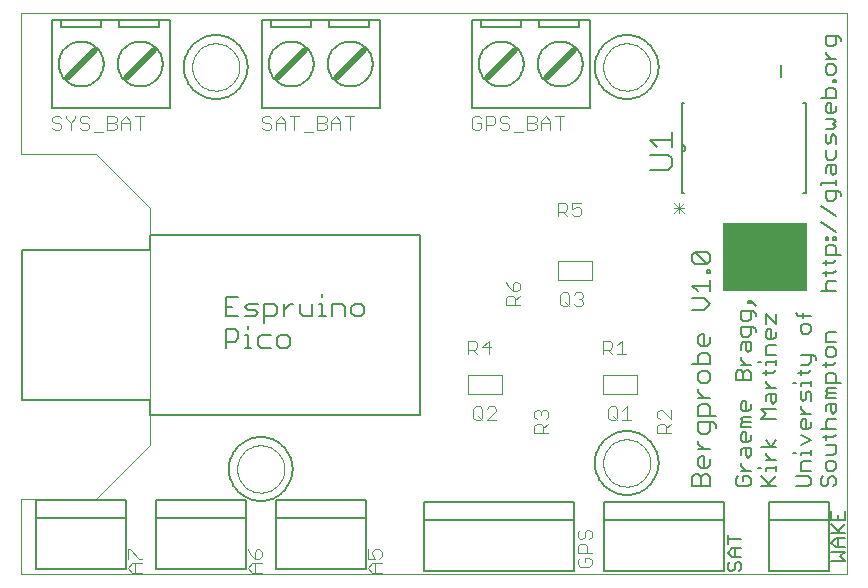
<source format=gto>
G75*
%MOIN*%
%OFA0B0*%
%FSLAX24Y24*%
%IPPOS*%
%LPD*%
%AMOC8*
5,1,8,0,0,1.08239X$1,22.5*
%
%ADD10C,0.0000*%
%ADD11C,0.0050*%
%ADD12C,0.0060*%
%ADD13C,0.0070*%
%ADD14R,0.2800X0.2300*%
%ADD15C,0.0030*%
%ADD16C,0.0080*%
%ADD17C,0.0040*%
%ADD18C,0.0197*%
%ADD19C,0.0039*%
D10*
X003250Y002550D02*
X003250Y005050D01*
X005750Y005050D01*
X007550Y006850D01*
X007550Y014750D01*
X005750Y016550D01*
X003250Y016550D01*
X003250Y021235D01*
X030809Y021235D01*
X030809Y002550D01*
X003250Y002550D01*
X010463Y006050D02*
X010465Y006106D01*
X010471Y006161D01*
X010481Y006215D01*
X010494Y006269D01*
X010512Y006322D01*
X010533Y006373D01*
X010557Y006423D01*
X010585Y006471D01*
X010617Y006517D01*
X010651Y006561D01*
X010689Y006602D01*
X010729Y006640D01*
X010772Y006675D01*
X010817Y006707D01*
X010865Y006736D01*
X010914Y006762D01*
X010965Y006784D01*
X011017Y006802D01*
X011071Y006816D01*
X011126Y006827D01*
X011181Y006834D01*
X011236Y006837D01*
X011292Y006836D01*
X011347Y006831D01*
X011402Y006822D01*
X011456Y006810D01*
X011509Y006793D01*
X011561Y006773D01*
X011611Y006749D01*
X011659Y006722D01*
X011706Y006692D01*
X011750Y006658D01*
X011792Y006621D01*
X011830Y006581D01*
X011867Y006539D01*
X011900Y006494D01*
X011929Y006448D01*
X011956Y006399D01*
X011978Y006348D01*
X011998Y006296D01*
X012013Y006242D01*
X012025Y006188D01*
X012033Y006133D01*
X012037Y006078D01*
X012037Y006022D01*
X012033Y005967D01*
X012025Y005912D01*
X012013Y005858D01*
X011998Y005804D01*
X011978Y005752D01*
X011956Y005701D01*
X011929Y005652D01*
X011900Y005606D01*
X011867Y005561D01*
X011830Y005519D01*
X011792Y005479D01*
X011750Y005442D01*
X011706Y005408D01*
X011659Y005378D01*
X011611Y005351D01*
X011561Y005327D01*
X011509Y005307D01*
X011456Y005290D01*
X011402Y005278D01*
X011347Y005269D01*
X011292Y005264D01*
X011236Y005263D01*
X011181Y005266D01*
X011126Y005273D01*
X011071Y005284D01*
X011017Y005298D01*
X010965Y005316D01*
X010914Y005338D01*
X010865Y005364D01*
X010817Y005393D01*
X010772Y005425D01*
X010729Y005460D01*
X010689Y005498D01*
X010651Y005539D01*
X010617Y005583D01*
X010585Y005629D01*
X010557Y005677D01*
X010533Y005727D01*
X010512Y005778D01*
X010494Y005831D01*
X010481Y005885D01*
X010471Y005939D01*
X010465Y005994D01*
X010463Y006050D01*
X022663Y006250D02*
X022665Y006306D01*
X022671Y006361D01*
X022681Y006415D01*
X022694Y006469D01*
X022712Y006522D01*
X022733Y006573D01*
X022757Y006623D01*
X022785Y006671D01*
X022817Y006717D01*
X022851Y006761D01*
X022889Y006802D01*
X022929Y006840D01*
X022972Y006875D01*
X023017Y006907D01*
X023065Y006936D01*
X023114Y006962D01*
X023165Y006984D01*
X023217Y007002D01*
X023271Y007016D01*
X023326Y007027D01*
X023381Y007034D01*
X023436Y007037D01*
X023492Y007036D01*
X023547Y007031D01*
X023602Y007022D01*
X023656Y007010D01*
X023709Y006993D01*
X023761Y006973D01*
X023811Y006949D01*
X023859Y006922D01*
X023906Y006892D01*
X023950Y006858D01*
X023992Y006821D01*
X024030Y006781D01*
X024067Y006739D01*
X024100Y006694D01*
X024129Y006648D01*
X024156Y006599D01*
X024178Y006548D01*
X024198Y006496D01*
X024213Y006442D01*
X024225Y006388D01*
X024233Y006333D01*
X024237Y006278D01*
X024237Y006222D01*
X024233Y006167D01*
X024225Y006112D01*
X024213Y006058D01*
X024198Y006004D01*
X024178Y005952D01*
X024156Y005901D01*
X024129Y005852D01*
X024100Y005806D01*
X024067Y005761D01*
X024030Y005719D01*
X023992Y005679D01*
X023950Y005642D01*
X023906Y005608D01*
X023859Y005578D01*
X023811Y005551D01*
X023761Y005527D01*
X023709Y005507D01*
X023656Y005490D01*
X023602Y005478D01*
X023547Y005469D01*
X023492Y005464D01*
X023436Y005463D01*
X023381Y005466D01*
X023326Y005473D01*
X023271Y005484D01*
X023217Y005498D01*
X023165Y005516D01*
X023114Y005538D01*
X023065Y005564D01*
X023017Y005593D01*
X022972Y005625D01*
X022929Y005660D01*
X022889Y005698D01*
X022851Y005739D01*
X022817Y005783D01*
X022785Y005829D01*
X022757Y005877D01*
X022733Y005927D01*
X022712Y005978D01*
X022694Y006031D01*
X022681Y006085D01*
X022671Y006139D01*
X022665Y006194D01*
X022663Y006250D01*
X022663Y019450D02*
X022665Y019506D01*
X022671Y019561D01*
X022681Y019615D01*
X022694Y019669D01*
X022712Y019722D01*
X022733Y019773D01*
X022757Y019823D01*
X022785Y019871D01*
X022817Y019917D01*
X022851Y019961D01*
X022889Y020002D01*
X022929Y020040D01*
X022972Y020075D01*
X023017Y020107D01*
X023065Y020136D01*
X023114Y020162D01*
X023165Y020184D01*
X023217Y020202D01*
X023271Y020216D01*
X023326Y020227D01*
X023381Y020234D01*
X023436Y020237D01*
X023492Y020236D01*
X023547Y020231D01*
X023602Y020222D01*
X023656Y020210D01*
X023709Y020193D01*
X023761Y020173D01*
X023811Y020149D01*
X023859Y020122D01*
X023906Y020092D01*
X023950Y020058D01*
X023992Y020021D01*
X024030Y019981D01*
X024067Y019939D01*
X024100Y019894D01*
X024129Y019848D01*
X024156Y019799D01*
X024178Y019748D01*
X024198Y019696D01*
X024213Y019642D01*
X024225Y019588D01*
X024233Y019533D01*
X024237Y019478D01*
X024237Y019422D01*
X024233Y019367D01*
X024225Y019312D01*
X024213Y019258D01*
X024198Y019204D01*
X024178Y019152D01*
X024156Y019101D01*
X024129Y019052D01*
X024100Y019006D01*
X024067Y018961D01*
X024030Y018919D01*
X023992Y018879D01*
X023950Y018842D01*
X023906Y018808D01*
X023859Y018778D01*
X023811Y018751D01*
X023761Y018727D01*
X023709Y018707D01*
X023656Y018690D01*
X023602Y018678D01*
X023547Y018669D01*
X023492Y018664D01*
X023436Y018663D01*
X023381Y018666D01*
X023326Y018673D01*
X023271Y018684D01*
X023217Y018698D01*
X023165Y018716D01*
X023114Y018738D01*
X023065Y018764D01*
X023017Y018793D01*
X022972Y018825D01*
X022929Y018860D01*
X022889Y018898D01*
X022851Y018939D01*
X022817Y018983D01*
X022785Y019029D01*
X022757Y019077D01*
X022733Y019127D01*
X022712Y019178D01*
X022694Y019231D01*
X022681Y019285D01*
X022671Y019339D01*
X022665Y019394D01*
X022663Y019450D01*
X008963Y019450D02*
X008965Y019506D01*
X008971Y019561D01*
X008981Y019615D01*
X008994Y019669D01*
X009012Y019722D01*
X009033Y019773D01*
X009057Y019823D01*
X009085Y019871D01*
X009117Y019917D01*
X009151Y019961D01*
X009189Y020002D01*
X009229Y020040D01*
X009272Y020075D01*
X009317Y020107D01*
X009365Y020136D01*
X009414Y020162D01*
X009465Y020184D01*
X009517Y020202D01*
X009571Y020216D01*
X009626Y020227D01*
X009681Y020234D01*
X009736Y020237D01*
X009792Y020236D01*
X009847Y020231D01*
X009902Y020222D01*
X009956Y020210D01*
X010009Y020193D01*
X010061Y020173D01*
X010111Y020149D01*
X010159Y020122D01*
X010206Y020092D01*
X010250Y020058D01*
X010292Y020021D01*
X010330Y019981D01*
X010367Y019939D01*
X010400Y019894D01*
X010429Y019848D01*
X010456Y019799D01*
X010478Y019748D01*
X010498Y019696D01*
X010513Y019642D01*
X010525Y019588D01*
X010533Y019533D01*
X010537Y019478D01*
X010537Y019422D01*
X010533Y019367D01*
X010525Y019312D01*
X010513Y019258D01*
X010498Y019204D01*
X010478Y019152D01*
X010456Y019101D01*
X010429Y019052D01*
X010400Y019006D01*
X010367Y018961D01*
X010330Y018919D01*
X010292Y018879D01*
X010250Y018842D01*
X010206Y018808D01*
X010159Y018778D01*
X010111Y018751D01*
X010061Y018727D01*
X010009Y018707D01*
X009956Y018690D01*
X009902Y018678D01*
X009847Y018669D01*
X009792Y018664D01*
X009736Y018663D01*
X009681Y018666D01*
X009626Y018673D01*
X009571Y018684D01*
X009517Y018698D01*
X009465Y018716D01*
X009414Y018738D01*
X009365Y018764D01*
X009317Y018793D01*
X009272Y018825D01*
X009229Y018860D01*
X009189Y018898D01*
X009151Y018939D01*
X009117Y018983D01*
X009085Y019029D01*
X009057Y019077D01*
X009033Y019127D01*
X009012Y019178D01*
X008994Y019231D01*
X008981Y019285D01*
X008971Y019339D01*
X008965Y019394D01*
X008963Y019450D01*
D11*
X008687Y019450D02*
X008689Y019515D01*
X008695Y019579D01*
X008705Y019643D01*
X008718Y019707D01*
X008736Y019769D01*
X008757Y019830D01*
X008782Y019890D01*
X008811Y019948D01*
X008843Y020005D01*
X008879Y020059D01*
X008917Y020111D01*
X008959Y020160D01*
X009004Y020207D01*
X009052Y020251D01*
X009102Y020293D01*
X009154Y020330D01*
X009209Y020365D01*
X009266Y020396D01*
X009325Y020424D01*
X009385Y020448D01*
X009446Y020469D01*
X009509Y020485D01*
X009573Y020498D01*
X009637Y020507D01*
X009701Y020512D01*
X009766Y020513D01*
X009831Y020510D01*
X009895Y020503D01*
X009959Y020492D01*
X010023Y020477D01*
X010085Y020459D01*
X010146Y020437D01*
X010205Y020411D01*
X010263Y020381D01*
X010318Y020348D01*
X010372Y020312D01*
X010424Y020272D01*
X010472Y020230D01*
X010519Y020184D01*
X010562Y020136D01*
X010602Y020085D01*
X010639Y020032D01*
X010673Y019977D01*
X010704Y019920D01*
X010731Y019861D01*
X010754Y019800D01*
X010773Y019738D01*
X010789Y019675D01*
X010801Y019611D01*
X010809Y019547D01*
X010813Y019482D01*
X010813Y019418D01*
X010809Y019353D01*
X010801Y019289D01*
X010789Y019225D01*
X010773Y019162D01*
X010754Y019100D01*
X010731Y019039D01*
X010704Y018980D01*
X010673Y018923D01*
X010639Y018868D01*
X010602Y018815D01*
X010562Y018764D01*
X010519Y018716D01*
X010472Y018670D01*
X010424Y018628D01*
X010372Y018588D01*
X010318Y018552D01*
X010263Y018519D01*
X010205Y018489D01*
X010146Y018463D01*
X010085Y018441D01*
X010023Y018423D01*
X009959Y018408D01*
X009895Y018397D01*
X009831Y018390D01*
X009766Y018387D01*
X009701Y018388D01*
X009637Y018393D01*
X009573Y018402D01*
X009509Y018415D01*
X009446Y018431D01*
X009385Y018452D01*
X009325Y018476D01*
X009266Y018504D01*
X009209Y018535D01*
X009154Y018570D01*
X009102Y018607D01*
X009052Y018649D01*
X009004Y018693D01*
X008959Y018740D01*
X008917Y018789D01*
X008879Y018841D01*
X008843Y018895D01*
X008811Y018952D01*
X008782Y019010D01*
X008757Y019070D01*
X008736Y019131D01*
X008718Y019193D01*
X008705Y019257D01*
X008695Y019321D01*
X008689Y019385D01*
X008687Y019450D01*
X006486Y019550D02*
X006488Y019605D01*
X006494Y019659D01*
X006504Y019713D01*
X006518Y019765D01*
X006535Y019817D01*
X006557Y019867D01*
X006582Y019916D01*
X006610Y019963D01*
X006642Y020007D01*
X006677Y020049D01*
X006715Y020088D01*
X006756Y020125D01*
X006799Y020158D01*
X006844Y020188D01*
X006892Y020215D01*
X006941Y020238D01*
X006992Y020258D01*
X007045Y020274D01*
X007098Y020286D01*
X007152Y020294D01*
X007207Y020298D01*
X007261Y020298D01*
X007316Y020294D01*
X007370Y020286D01*
X007423Y020274D01*
X007476Y020258D01*
X007527Y020238D01*
X007576Y020215D01*
X007624Y020188D01*
X007669Y020158D01*
X007712Y020125D01*
X007753Y020088D01*
X007791Y020049D01*
X007826Y020007D01*
X007858Y019963D01*
X007886Y019916D01*
X007911Y019867D01*
X007933Y019817D01*
X007950Y019765D01*
X007964Y019713D01*
X007974Y019659D01*
X007980Y019605D01*
X007982Y019550D01*
X007980Y019495D01*
X007974Y019441D01*
X007964Y019387D01*
X007950Y019335D01*
X007933Y019283D01*
X007911Y019233D01*
X007886Y019184D01*
X007858Y019137D01*
X007826Y019093D01*
X007791Y019051D01*
X007753Y019012D01*
X007712Y018975D01*
X007669Y018942D01*
X007624Y018912D01*
X007576Y018885D01*
X007527Y018862D01*
X007476Y018842D01*
X007423Y018826D01*
X007370Y018814D01*
X007316Y018806D01*
X007261Y018802D01*
X007207Y018802D01*
X007152Y018806D01*
X007098Y018814D01*
X007045Y018826D01*
X006992Y018842D01*
X006941Y018862D01*
X006892Y018885D01*
X006844Y018912D01*
X006799Y018942D01*
X006756Y018975D01*
X006715Y019012D01*
X006677Y019051D01*
X006642Y019093D01*
X006610Y019137D01*
X006582Y019184D01*
X006557Y019233D01*
X006535Y019283D01*
X006518Y019335D01*
X006504Y019387D01*
X006494Y019441D01*
X006488Y019495D01*
X006486Y019550D01*
X004518Y019550D02*
X004520Y019605D01*
X004526Y019659D01*
X004536Y019713D01*
X004550Y019765D01*
X004567Y019817D01*
X004589Y019867D01*
X004614Y019916D01*
X004642Y019963D01*
X004674Y020007D01*
X004709Y020049D01*
X004747Y020088D01*
X004788Y020125D01*
X004831Y020158D01*
X004876Y020188D01*
X004924Y020215D01*
X004973Y020238D01*
X005024Y020258D01*
X005077Y020274D01*
X005130Y020286D01*
X005184Y020294D01*
X005239Y020298D01*
X005293Y020298D01*
X005348Y020294D01*
X005402Y020286D01*
X005455Y020274D01*
X005508Y020258D01*
X005559Y020238D01*
X005608Y020215D01*
X005656Y020188D01*
X005701Y020158D01*
X005744Y020125D01*
X005785Y020088D01*
X005823Y020049D01*
X005858Y020007D01*
X005890Y019963D01*
X005918Y019916D01*
X005943Y019867D01*
X005965Y019817D01*
X005982Y019765D01*
X005996Y019713D01*
X006006Y019659D01*
X006012Y019605D01*
X006014Y019550D01*
X006012Y019495D01*
X006006Y019441D01*
X005996Y019387D01*
X005982Y019335D01*
X005965Y019283D01*
X005943Y019233D01*
X005918Y019184D01*
X005890Y019137D01*
X005858Y019093D01*
X005823Y019051D01*
X005785Y019012D01*
X005744Y018975D01*
X005701Y018942D01*
X005656Y018912D01*
X005608Y018885D01*
X005559Y018862D01*
X005508Y018842D01*
X005455Y018826D01*
X005402Y018814D01*
X005348Y018806D01*
X005293Y018802D01*
X005239Y018802D01*
X005184Y018806D01*
X005130Y018814D01*
X005077Y018826D01*
X005024Y018842D01*
X004973Y018862D01*
X004924Y018885D01*
X004876Y018912D01*
X004831Y018942D01*
X004788Y018975D01*
X004747Y019012D01*
X004709Y019051D01*
X004674Y019093D01*
X004642Y019137D01*
X004614Y019184D01*
X004589Y019233D01*
X004567Y019283D01*
X004550Y019335D01*
X004536Y019387D01*
X004526Y019441D01*
X004520Y019495D01*
X004518Y019550D01*
X004596Y020770D02*
X005935Y020770D01*
X005935Y021007D01*
X006526Y021007D02*
X006526Y020770D01*
X007864Y020770D01*
X007864Y021007D01*
X008219Y021026D02*
X004281Y021026D01*
X004281Y018074D01*
X008219Y018074D01*
X008219Y021026D01*
X011281Y021026D02*
X015219Y021026D01*
X015219Y018074D01*
X011281Y018074D01*
X011281Y021026D01*
X011596Y021007D02*
X011596Y020770D01*
X012935Y020770D01*
X012935Y021007D01*
X013526Y021007D02*
X013526Y020770D01*
X014864Y020770D01*
X014864Y021007D01*
X013486Y019550D02*
X013488Y019605D01*
X013494Y019659D01*
X013504Y019713D01*
X013518Y019765D01*
X013535Y019817D01*
X013557Y019867D01*
X013582Y019916D01*
X013610Y019963D01*
X013642Y020007D01*
X013677Y020049D01*
X013715Y020088D01*
X013756Y020125D01*
X013799Y020158D01*
X013844Y020188D01*
X013892Y020215D01*
X013941Y020238D01*
X013992Y020258D01*
X014045Y020274D01*
X014098Y020286D01*
X014152Y020294D01*
X014207Y020298D01*
X014261Y020298D01*
X014316Y020294D01*
X014370Y020286D01*
X014423Y020274D01*
X014476Y020258D01*
X014527Y020238D01*
X014576Y020215D01*
X014624Y020188D01*
X014669Y020158D01*
X014712Y020125D01*
X014753Y020088D01*
X014791Y020049D01*
X014826Y020007D01*
X014858Y019963D01*
X014886Y019916D01*
X014911Y019867D01*
X014933Y019817D01*
X014950Y019765D01*
X014964Y019713D01*
X014974Y019659D01*
X014980Y019605D01*
X014982Y019550D01*
X014980Y019495D01*
X014974Y019441D01*
X014964Y019387D01*
X014950Y019335D01*
X014933Y019283D01*
X014911Y019233D01*
X014886Y019184D01*
X014858Y019137D01*
X014826Y019093D01*
X014791Y019051D01*
X014753Y019012D01*
X014712Y018975D01*
X014669Y018942D01*
X014624Y018912D01*
X014576Y018885D01*
X014527Y018862D01*
X014476Y018842D01*
X014423Y018826D01*
X014370Y018814D01*
X014316Y018806D01*
X014261Y018802D01*
X014207Y018802D01*
X014152Y018806D01*
X014098Y018814D01*
X014045Y018826D01*
X013992Y018842D01*
X013941Y018862D01*
X013892Y018885D01*
X013844Y018912D01*
X013799Y018942D01*
X013756Y018975D01*
X013715Y019012D01*
X013677Y019051D01*
X013642Y019093D01*
X013610Y019137D01*
X013582Y019184D01*
X013557Y019233D01*
X013535Y019283D01*
X013518Y019335D01*
X013504Y019387D01*
X013494Y019441D01*
X013488Y019495D01*
X013486Y019550D01*
X011518Y019550D02*
X011520Y019605D01*
X011526Y019659D01*
X011536Y019713D01*
X011550Y019765D01*
X011567Y019817D01*
X011589Y019867D01*
X011614Y019916D01*
X011642Y019963D01*
X011674Y020007D01*
X011709Y020049D01*
X011747Y020088D01*
X011788Y020125D01*
X011831Y020158D01*
X011876Y020188D01*
X011924Y020215D01*
X011973Y020238D01*
X012024Y020258D01*
X012077Y020274D01*
X012130Y020286D01*
X012184Y020294D01*
X012239Y020298D01*
X012293Y020298D01*
X012348Y020294D01*
X012402Y020286D01*
X012455Y020274D01*
X012508Y020258D01*
X012559Y020238D01*
X012608Y020215D01*
X012656Y020188D01*
X012701Y020158D01*
X012744Y020125D01*
X012785Y020088D01*
X012823Y020049D01*
X012858Y020007D01*
X012890Y019963D01*
X012918Y019916D01*
X012943Y019867D01*
X012965Y019817D01*
X012982Y019765D01*
X012996Y019713D01*
X013006Y019659D01*
X013012Y019605D01*
X013014Y019550D01*
X013012Y019495D01*
X013006Y019441D01*
X012996Y019387D01*
X012982Y019335D01*
X012965Y019283D01*
X012943Y019233D01*
X012918Y019184D01*
X012890Y019137D01*
X012858Y019093D01*
X012823Y019051D01*
X012785Y019012D01*
X012744Y018975D01*
X012701Y018942D01*
X012656Y018912D01*
X012608Y018885D01*
X012559Y018862D01*
X012508Y018842D01*
X012455Y018826D01*
X012402Y018814D01*
X012348Y018806D01*
X012293Y018802D01*
X012239Y018802D01*
X012184Y018806D01*
X012130Y018814D01*
X012077Y018826D01*
X012024Y018842D01*
X011973Y018862D01*
X011924Y018885D01*
X011876Y018912D01*
X011831Y018942D01*
X011788Y018975D01*
X011747Y019012D01*
X011709Y019051D01*
X011674Y019093D01*
X011642Y019137D01*
X011614Y019184D01*
X011589Y019233D01*
X011567Y019283D01*
X011550Y019335D01*
X011536Y019387D01*
X011526Y019441D01*
X011520Y019495D01*
X011518Y019550D01*
X018281Y018074D02*
X022219Y018074D01*
X022219Y021026D01*
X018281Y021026D01*
X018281Y018074D01*
X018518Y019550D02*
X018520Y019605D01*
X018526Y019659D01*
X018536Y019713D01*
X018550Y019765D01*
X018567Y019817D01*
X018589Y019867D01*
X018614Y019916D01*
X018642Y019963D01*
X018674Y020007D01*
X018709Y020049D01*
X018747Y020088D01*
X018788Y020125D01*
X018831Y020158D01*
X018876Y020188D01*
X018924Y020215D01*
X018973Y020238D01*
X019024Y020258D01*
X019077Y020274D01*
X019130Y020286D01*
X019184Y020294D01*
X019239Y020298D01*
X019293Y020298D01*
X019348Y020294D01*
X019402Y020286D01*
X019455Y020274D01*
X019508Y020258D01*
X019559Y020238D01*
X019608Y020215D01*
X019656Y020188D01*
X019701Y020158D01*
X019744Y020125D01*
X019785Y020088D01*
X019823Y020049D01*
X019858Y020007D01*
X019890Y019963D01*
X019918Y019916D01*
X019943Y019867D01*
X019965Y019817D01*
X019982Y019765D01*
X019996Y019713D01*
X020006Y019659D01*
X020012Y019605D01*
X020014Y019550D01*
X020012Y019495D01*
X020006Y019441D01*
X019996Y019387D01*
X019982Y019335D01*
X019965Y019283D01*
X019943Y019233D01*
X019918Y019184D01*
X019890Y019137D01*
X019858Y019093D01*
X019823Y019051D01*
X019785Y019012D01*
X019744Y018975D01*
X019701Y018942D01*
X019656Y018912D01*
X019608Y018885D01*
X019559Y018862D01*
X019508Y018842D01*
X019455Y018826D01*
X019402Y018814D01*
X019348Y018806D01*
X019293Y018802D01*
X019239Y018802D01*
X019184Y018806D01*
X019130Y018814D01*
X019077Y018826D01*
X019024Y018842D01*
X018973Y018862D01*
X018924Y018885D01*
X018876Y018912D01*
X018831Y018942D01*
X018788Y018975D01*
X018747Y019012D01*
X018709Y019051D01*
X018674Y019093D01*
X018642Y019137D01*
X018614Y019184D01*
X018589Y019233D01*
X018567Y019283D01*
X018550Y019335D01*
X018536Y019387D01*
X018526Y019441D01*
X018520Y019495D01*
X018518Y019550D01*
X018596Y020770D02*
X019935Y020770D01*
X019935Y021007D01*
X020526Y021007D02*
X020526Y020770D01*
X021864Y020770D01*
X021864Y021007D01*
X020486Y019550D02*
X020488Y019605D01*
X020494Y019659D01*
X020504Y019713D01*
X020518Y019765D01*
X020535Y019817D01*
X020557Y019867D01*
X020582Y019916D01*
X020610Y019963D01*
X020642Y020007D01*
X020677Y020049D01*
X020715Y020088D01*
X020756Y020125D01*
X020799Y020158D01*
X020844Y020188D01*
X020892Y020215D01*
X020941Y020238D01*
X020992Y020258D01*
X021045Y020274D01*
X021098Y020286D01*
X021152Y020294D01*
X021207Y020298D01*
X021261Y020298D01*
X021316Y020294D01*
X021370Y020286D01*
X021423Y020274D01*
X021476Y020258D01*
X021527Y020238D01*
X021576Y020215D01*
X021624Y020188D01*
X021669Y020158D01*
X021712Y020125D01*
X021753Y020088D01*
X021791Y020049D01*
X021826Y020007D01*
X021858Y019963D01*
X021886Y019916D01*
X021911Y019867D01*
X021933Y019817D01*
X021950Y019765D01*
X021964Y019713D01*
X021974Y019659D01*
X021980Y019605D01*
X021982Y019550D01*
X021980Y019495D01*
X021974Y019441D01*
X021964Y019387D01*
X021950Y019335D01*
X021933Y019283D01*
X021911Y019233D01*
X021886Y019184D01*
X021858Y019137D01*
X021826Y019093D01*
X021791Y019051D01*
X021753Y019012D01*
X021712Y018975D01*
X021669Y018942D01*
X021624Y018912D01*
X021576Y018885D01*
X021527Y018862D01*
X021476Y018842D01*
X021423Y018826D01*
X021370Y018814D01*
X021316Y018806D01*
X021261Y018802D01*
X021207Y018802D01*
X021152Y018806D01*
X021098Y018814D01*
X021045Y018826D01*
X020992Y018842D01*
X020941Y018862D01*
X020892Y018885D01*
X020844Y018912D01*
X020799Y018942D01*
X020756Y018975D01*
X020715Y019012D01*
X020677Y019051D01*
X020642Y019093D01*
X020610Y019137D01*
X020582Y019184D01*
X020557Y019233D01*
X020535Y019283D01*
X020518Y019335D01*
X020504Y019387D01*
X020494Y019441D01*
X020488Y019495D01*
X020486Y019550D01*
X018596Y020770D02*
X018596Y021007D01*
X022387Y019450D02*
X022389Y019515D01*
X022395Y019579D01*
X022405Y019643D01*
X022418Y019707D01*
X022436Y019769D01*
X022457Y019830D01*
X022482Y019890D01*
X022511Y019948D01*
X022543Y020005D01*
X022579Y020059D01*
X022617Y020111D01*
X022659Y020160D01*
X022704Y020207D01*
X022752Y020251D01*
X022802Y020293D01*
X022854Y020330D01*
X022909Y020365D01*
X022966Y020396D01*
X023025Y020424D01*
X023085Y020448D01*
X023146Y020469D01*
X023209Y020485D01*
X023273Y020498D01*
X023337Y020507D01*
X023401Y020512D01*
X023466Y020513D01*
X023531Y020510D01*
X023595Y020503D01*
X023659Y020492D01*
X023723Y020477D01*
X023785Y020459D01*
X023846Y020437D01*
X023905Y020411D01*
X023963Y020381D01*
X024018Y020348D01*
X024072Y020312D01*
X024124Y020272D01*
X024172Y020230D01*
X024219Y020184D01*
X024262Y020136D01*
X024302Y020085D01*
X024339Y020032D01*
X024373Y019977D01*
X024404Y019920D01*
X024431Y019861D01*
X024454Y019800D01*
X024473Y019738D01*
X024489Y019675D01*
X024501Y019611D01*
X024509Y019547D01*
X024513Y019482D01*
X024513Y019418D01*
X024509Y019353D01*
X024501Y019289D01*
X024489Y019225D01*
X024473Y019162D01*
X024454Y019100D01*
X024431Y019039D01*
X024404Y018980D01*
X024373Y018923D01*
X024339Y018868D01*
X024302Y018815D01*
X024262Y018764D01*
X024219Y018716D01*
X024172Y018670D01*
X024124Y018628D01*
X024072Y018588D01*
X024018Y018552D01*
X023963Y018519D01*
X023905Y018489D01*
X023846Y018463D01*
X023785Y018441D01*
X023723Y018423D01*
X023659Y018408D01*
X023595Y018397D01*
X023531Y018390D01*
X023466Y018387D01*
X023401Y018388D01*
X023337Y018393D01*
X023273Y018402D01*
X023209Y018415D01*
X023146Y018431D01*
X023085Y018452D01*
X023025Y018476D01*
X022966Y018504D01*
X022909Y018535D01*
X022854Y018570D01*
X022802Y018607D01*
X022752Y018649D01*
X022704Y018693D01*
X022659Y018740D01*
X022617Y018789D01*
X022579Y018841D01*
X022543Y018895D01*
X022511Y018952D01*
X022482Y019010D01*
X022457Y019070D01*
X022436Y019131D01*
X022418Y019193D01*
X022405Y019257D01*
X022395Y019321D01*
X022389Y019385D01*
X022387Y019450D01*
X016550Y013850D02*
X016550Y007850D01*
X007550Y007850D01*
X007550Y008350D01*
X003300Y008350D01*
X003300Y013350D01*
X007550Y013350D01*
X007550Y013850D01*
X016550Y013850D01*
X004596Y020770D02*
X004596Y021007D01*
X022387Y006250D02*
X022389Y006315D01*
X022395Y006379D01*
X022405Y006443D01*
X022418Y006507D01*
X022436Y006569D01*
X022457Y006630D01*
X022482Y006690D01*
X022511Y006748D01*
X022543Y006805D01*
X022579Y006859D01*
X022617Y006911D01*
X022659Y006960D01*
X022704Y007007D01*
X022752Y007051D01*
X022802Y007093D01*
X022854Y007130D01*
X022909Y007165D01*
X022966Y007196D01*
X023025Y007224D01*
X023085Y007248D01*
X023146Y007269D01*
X023209Y007285D01*
X023273Y007298D01*
X023337Y007307D01*
X023401Y007312D01*
X023466Y007313D01*
X023531Y007310D01*
X023595Y007303D01*
X023659Y007292D01*
X023723Y007277D01*
X023785Y007259D01*
X023846Y007237D01*
X023905Y007211D01*
X023963Y007181D01*
X024018Y007148D01*
X024072Y007112D01*
X024124Y007072D01*
X024172Y007030D01*
X024219Y006984D01*
X024262Y006936D01*
X024302Y006885D01*
X024339Y006832D01*
X024373Y006777D01*
X024404Y006720D01*
X024431Y006661D01*
X024454Y006600D01*
X024473Y006538D01*
X024489Y006475D01*
X024501Y006411D01*
X024509Y006347D01*
X024513Y006282D01*
X024513Y006218D01*
X024509Y006153D01*
X024501Y006089D01*
X024489Y006025D01*
X024473Y005962D01*
X024454Y005900D01*
X024431Y005839D01*
X024404Y005780D01*
X024373Y005723D01*
X024339Y005668D01*
X024302Y005615D01*
X024262Y005564D01*
X024219Y005516D01*
X024172Y005470D01*
X024124Y005428D01*
X024072Y005388D01*
X024018Y005352D01*
X023963Y005319D01*
X023905Y005289D01*
X023846Y005263D01*
X023785Y005241D01*
X023723Y005223D01*
X023659Y005208D01*
X023595Y005197D01*
X023531Y005190D01*
X023466Y005187D01*
X023401Y005188D01*
X023337Y005193D01*
X023273Y005202D01*
X023209Y005215D01*
X023146Y005231D01*
X023085Y005252D01*
X023025Y005276D01*
X022966Y005304D01*
X022909Y005335D01*
X022854Y005370D01*
X022802Y005407D01*
X022752Y005449D01*
X022704Y005493D01*
X022659Y005540D01*
X022617Y005589D01*
X022579Y005641D01*
X022543Y005695D01*
X022511Y005752D01*
X022482Y005810D01*
X022457Y005870D01*
X022436Y005931D01*
X022418Y005993D01*
X022405Y006057D01*
X022395Y006121D01*
X022389Y006185D01*
X022387Y006250D01*
X022700Y004950D02*
X026700Y004950D01*
X026700Y004350D01*
X022700Y004350D01*
X022700Y004950D01*
X021700Y004950D02*
X016700Y004950D01*
X016700Y004350D01*
X021700Y004350D01*
X021700Y004950D01*
X021700Y004350D02*
X021700Y002650D01*
X016700Y002650D01*
X016700Y004350D01*
X014750Y004400D02*
X011750Y004400D01*
X011750Y005000D01*
X014750Y005000D01*
X014750Y004400D01*
X014750Y002700D01*
X011750Y002700D01*
X011750Y004400D01*
X010750Y004400D02*
X010750Y005000D01*
X007750Y005000D01*
X007750Y004400D01*
X010750Y004400D01*
X010750Y002700D01*
X007750Y002700D01*
X007750Y004400D01*
X006750Y004400D02*
X003750Y004400D01*
X003750Y005000D01*
X006750Y005000D01*
X006750Y004400D01*
X006750Y002700D01*
X003750Y002700D01*
X003750Y004400D01*
X010187Y006050D02*
X010189Y006115D01*
X010195Y006179D01*
X010205Y006243D01*
X010218Y006307D01*
X010236Y006369D01*
X010257Y006430D01*
X010282Y006490D01*
X010311Y006548D01*
X010343Y006605D01*
X010379Y006659D01*
X010417Y006711D01*
X010459Y006760D01*
X010504Y006807D01*
X010552Y006851D01*
X010602Y006893D01*
X010654Y006930D01*
X010709Y006965D01*
X010766Y006996D01*
X010825Y007024D01*
X010885Y007048D01*
X010946Y007069D01*
X011009Y007085D01*
X011073Y007098D01*
X011137Y007107D01*
X011201Y007112D01*
X011266Y007113D01*
X011331Y007110D01*
X011395Y007103D01*
X011459Y007092D01*
X011523Y007077D01*
X011585Y007059D01*
X011646Y007037D01*
X011705Y007011D01*
X011763Y006981D01*
X011818Y006948D01*
X011872Y006912D01*
X011924Y006872D01*
X011972Y006830D01*
X012019Y006784D01*
X012062Y006736D01*
X012102Y006685D01*
X012139Y006632D01*
X012173Y006577D01*
X012204Y006520D01*
X012231Y006461D01*
X012254Y006400D01*
X012273Y006338D01*
X012289Y006275D01*
X012301Y006211D01*
X012309Y006147D01*
X012313Y006082D01*
X012313Y006018D01*
X012309Y005953D01*
X012301Y005889D01*
X012289Y005825D01*
X012273Y005762D01*
X012254Y005700D01*
X012231Y005639D01*
X012204Y005580D01*
X012173Y005523D01*
X012139Y005468D01*
X012102Y005415D01*
X012062Y005364D01*
X012019Y005316D01*
X011972Y005270D01*
X011924Y005228D01*
X011872Y005188D01*
X011818Y005152D01*
X011763Y005119D01*
X011705Y005089D01*
X011646Y005063D01*
X011585Y005041D01*
X011523Y005023D01*
X011459Y005008D01*
X011395Y004997D01*
X011331Y004990D01*
X011266Y004987D01*
X011201Y004988D01*
X011137Y004993D01*
X011073Y005002D01*
X011009Y005015D01*
X010946Y005031D01*
X010885Y005052D01*
X010825Y005076D01*
X010766Y005104D01*
X010709Y005135D01*
X010654Y005170D01*
X010602Y005207D01*
X010552Y005249D01*
X010504Y005293D01*
X010459Y005340D01*
X010417Y005389D01*
X010379Y005441D01*
X010343Y005495D01*
X010311Y005552D01*
X010282Y005610D01*
X010257Y005670D01*
X010236Y005731D01*
X010218Y005793D01*
X010205Y005857D01*
X010195Y005921D01*
X010189Y005985D01*
X010187Y006050D01*
X022700Y004350D02*
X022700Y002650D01*
X026700Y002650D01*
X026700Y004350D01*
X026825Y003865D02*
X026825Y003565D01*
X026825Y003715D02*
X027275Y003715D01*
X027275Y003404D02*
X026975Y003404D01*
X026825Y003254D01*
X026975Y003104D01*
X027275Y003104D01*
X027200Y002944D02*
X027275Y002869D01*
X027275Y002719D01*
X027200Y002644D01*
X027050Y002719D02*
X027050Y002869D01*
X027125Y002944D01*
X027200Y002944D01*
X027050Y003104D02*
X027050Y003404D01*
X026900Y002944D02*
X026825Y002869D01*
X026825Y002719D01*
X026900Y002644D01*
X026975Y002644D01*
X027050Y002719D01*
X028200Y002650D02*
X028200Y004350D01*
X030200Y004350D01*
X030200Y004950D01*
X028200Y004950D01*
X028200Y004350D01*
X030200Y004350D02*
X030200Y002650D01*
X028200Y002650D01*
X030275Y002983D02*
X030725Y002983D01*
X030575Y003134D01*
X030725Y003284D01*
X030275Y003284D01*
X030425Y003444D02*
X030275Y003594D01*
X030425Y003744D01*
X030725Y003744D01*
X030725Y003904D02*
X030275Y003904D01*
X030500Y003979D02*
X030725Y004204D01*
X030725Y004365D02*
X030275Y004365D01*
X030275Y004665D01*
X030500Y004515D02*
X030500Y004365D01*
X030725Y004365D02*
X030725Y004665D01*
X030275Y004204D02*
X030575Y003904D01*
X030500Y003744D02*
X030500Y003444D01*
X030425Y003444D02*
X030725Y003444D01*
D12*
X030337Y005480D02*
X030420Y005563D01*
X030420Y005730D01*
X030337Y005814D01*
X030253Y005814D01*
X030170Y005730D01*
X030170Y005563D01*
X030086Y005480D01*
X030003Y005480D01*
X029920Y005563D01*
X029920Y005730D01*
X030003Y005814D01*
X030170Y005996D02*
X030337Y005996D01*
X030420Y006079D01*
X030420Y006246D01*
X030337Y006329D01*
X030170Y006329D01*
X030086Y006246D01*
X030086Y006079D01*
X030170Y005996D01*
X030086Y006511D02*
X030337Y006511D01*
X030420Y006595D01*
X030420Y006845D01*
X030086Y006845D01*
X030086Y007027D02*
X030086Y007194D01*
X030003Y007110D02*
X030337Y007110D01*
X030420Y007194D01*
X030420Y007371D02*
X029920Y007371D01*
X030086Y007454D02*
X030086Y007621D01*
X030170Y007704D01*
X030420Y007704D01*
X030337Y007886D02*
X030253Y007970D01*
X030253Y008220D01*
X030170Y008220D02*
X030420Y008220D01*
X030420Y007970D01*
X030337Y007886D01*
X030086Y007970D02*
X030086Y008137D01*
X030170Y008220D01*
X030086Y008402D02*
X030086Y008485D01*
X030170Y008569D01*
X030086Y008652D01*
X030170Y008736D01*
X030420Y008736D01*
X030420Y008569D02*
X030170Y008569D01*
X030086Y008402D02*
X030420Y008402D01*
X029580Y008316D02*
X029580Y008566D01*
X029497Y008650D01*
X029413Y008566D01*
X029413Y008399D01*
X029330Y008316D01*
X029246Y008399D01*
X029246Y008650D01*
X029246Y008832D02*
X029246Y008915D01*
X029580Y008915D01*
X029580Y008832D02*
X029580Y008998D01*
X029497Y009259D02*
X029163Y009259D01*
X029246Y009342D02*
X029246Y009175D01*
X029497Y009259D02*
X029580Y009342D01*
X029497Y009519D02*
X029580Y009603D01*
X029580Y009853D01*
X029663Y009853D02*
X029246Y009853D01*
X029663Y009853D02*
X029747Y009769D01*
X029747Y009686D01*
X029497Y009519D02*
X029246Y009519D01*
X030003Y009517D02*
X030337Y009517D01*
X030420Y009600D01*
X030337Y009777D02*
X030420Y009860D01*
X030420Y010027D01*
X030337Y010111D01*
X030170Y010111D01*
X030086Y010027D01*
X030086Y009860D01*
X030170Y009777D01*
X030337Y009777D01*
X030086Y009600D02*
X030086Y009433D01*
X030170Y009251D02*
X030337Y009251D01*
X030420Y009168D01*
X030420Y008918D01*
X030587Y008918D02*
X030086Y008918D01*
X030086Y009168D01*
X030170Y009251D01*
X029080Y008915D02*
X028996Y008915D01*
X028420Y008746D02*
X028086Y008746D01*
X028253Y008746D02*
X028086Y008913D01*
X028086Y008996D01*
X028086Y009175D02*
X028086Y009342D01*
X028003Y009259D02*
X028337Y009259D01*
X028420Y009342D01*
X028420Y009519D02*
X028420Y009686D01*
X028420Y009603D02*
X028086Y009603D01*
X028086Y009519D01*
X027920Y009603D02*
X027836Y009603D01*
X027580Y009519D02*
X027246Y009519D01*
X027246Y009686D02*
X027246Y009769D01*
X027246Y009686D02*
X027413Y009519D01*
X027413Y009337D02*
X027330Y009254D01*
X027330Y009004D01*
X027330Y009254D02*
X027246Y009337D01*
X027163Y009337D01*
X027080Y009254D01*
X027080Y009004D01*
X027580Y009004D01*
X027580Y009254D01*
X027497Y009337D01*
X027413Y009337D01*
X027497Y009949D02*
X027413Y010032D01*
X027413Y010282D01*
X027330Y010282D02*
X027580Y010282D01*
X027580Y010032D01*
X027497Y009949D01*
X027246Y010032D02*
X027246Y010199D01*
X027330Y010282D01*
X027330Y010465D02*
X027497Y010465D01*
X027580Y010548D01*
X027580Y010798D01*
X027663Y010798D02*
X027246Y010798D01*
X027246Y010548D01*
X027330Y010465D01*
X027747Y010631D02*
X027747Y010715D01*
X027663Y010798D01*
X027497Y010980D02*
X027580Y011064D01*
X027580Y011314D01*
X027663Y011314D02*
X027246Y011314D01*
X027246Y011064D01*
X027330Y010980D01*
X027497Y010980D01*
X027747Y011147D02*
X027747Y011230D01*
X027663Y011314D01*
X027747Y011496D02*
X027580Y011663D01*
X027580Y011579D01*
X027497Y011579D01*
X027497Y011663D01*
X027580Y011663D01*
X028086Y011228D02*
X028420Y010894D01*
X028420Y011228D01*
X028086Y011228D02*
X028086Y010894D01*
X028170Y010712D02*
X028253Y010712D01*
X028253Y010379D01*
X028170Y010379D02*
X028086Y010462D01*
X028086Y010629D01*
X028170Y010712D01*
X028420Y010629D02*
X028420Y010462D01*
X028337Y010379D01*
X028170Y010379D01*
X028170Y010197D02*
X028420Y010197D01*
X028170Y010197D02*
X028086Y010113D01*
X028086Y009863D01*
X028420Y009863D01*
X029246Y010634D02*
X029330Y010550D01*
X029497Y010550D01*
X029580Y010634D01*
X029580Y010801D01*
X029497Y010884D01*
X029330Y010884D01*
X029246Y010801D01*
X029246Y010634D01*
X029330Y011066D02*
X029330Y011233D01*
X029163Y011150D02*
X029080Y011233D01*
X029163Y011150D02*
X029580Y011150D01*
X030170Y010626D02*
X030420Y010626D01*
X030170Y010626D02*
X030086Y010543D01*
X030086Y010293D01*
X030420Y010293D01*
X028420Y008564D02*
X028170Y008564D01*
X028086Y008480D01*
X028086Y008313D01*
X028253Y008313D02*
X028253Y008564D01*
X028420Y008564D02*
X028420Y008313D01*
X028337Y008230D01*
X028253Y008313D01*
X028420Y008048D02*
X027920Y008048D01*
X028086Y007881D01*
X027920Y007714D01*
X028420Y007714D01*
X029246Y007621D02*
X029246Y007454D01*
X029330Y007371D01*
X029497Y007371D01*
X029580Y007454D01*
X029580Y007621D01*
X029413Y007704D02*
X029413Y007371D01*
X029246Y007189D02*
X029580Y007022D01*
X029246Y006855D01*
X029246Y006595D02*
X029580Y006595D01*
X029580Y006678D02*
X029580Y006511D01*
X029580Y006329D02*
X029330Y006329D01*
X029246Y006246D01*
X029246Y005996D01*
X029580Y005996D01*
X029497Y005814D02*
X029080Y005814D01*
X029080Y005480D02*
X029497Y005480D01*
X029580Y005563D01*
X029580Y005730D01*
X029497Y005814D01*
X028420Y005814D02*
X028170Y005563D01*
X028253Y005480D02*
X027920Y005814D01*
X028086Y005996D02*
X028086Y006079D01*
X028420Y006079D01*
X028420Y005996D02*
X028420Y006162D01*
X028420Y006339D02*
X028086Y006339D01*
X028253Y006339D02*
X028086Y006506D01*
X028086Y006590D01*
X027920Y006769D02*
X028420Y006769D01*
X028253Y006769D02*
X028086Y007019D01*
X028253Y006769D02*
X028420Y007019D01*
X028996Y006595D02*
X029080Y006595D01*
X029246Y006595D02*
X029246Y006511D01*
X027920Y006079D02*
X027836Y006079D01*
X027580Y005996D02*
X027246Y005996D01*
X027246Y006162D02*
X027246Y006246D01*
X027246Y006162D02*
X027413Y005996D01*
X027330Y005814D02*
X027330Y005647D01*
X027330Y005814D02*
X027497Y005814D01*
X027580Y005730D01*
X027580Y005563D01*
X027497Y005480D01*
X027163Y005480D01*
X027080Y005563D01*
X027080Y005730D01*
X027163Y005814D01*
X027920Y005480D02*
X028420Y005480D01*
X027497Y006425D02*
X027413Y006509D01*
X027413Y006759D01*
X027330Y006759D02*
X027580Y006759D01*
X027580Y006509D01*
X027497Y006425D01*
X027246Y006509D02*
X027246Y006676D01*
X027330Y006759D01*
X027330Y006941D02*
X027246Y007024D01*
X027246Y007191D01*
X027330Y007275D01*
X027413Y007275D01*
X027413Y006941D01*
X027330Y006941D02*
X027497Y006941D01*
X027580Y007024D01*
X027580Y007191D01*
X027580Y007457D02*
X027246Y007457D01*
X027246Y007540D01*
X027330Y007623D01*
X027246Y007707D01*
X027330Y007790D01*
X027580Y007790D01*
X027580Y007623D02*
X027330Y007623D01*
X027330Y007972D02*
X027246Y008056D01*
X027246Y008222D01*
X027330Y008306D01*
X027413Y008306D01*
X027413Y007972D01*
X027330Y007972D02*
X027497Y007972D01*
X027580Y008056D01*
X027580Y008222D01*
X029246Y008137D02*
X029246Y008053D01*
X029413Y007886D01*
X029580Y007886D02*
X029246Y007886D01*
X029330Y007704D02*
X029413Y007704D01*
X029330Y007704D02*
X029246Y007621D01*
X030086Y007454D02*
X030170Y007371D01*
X030170Y011980D02*
X030086Y012063D01*
X030086Y012230D01*
X030170Y012314D01*
X030420Y012314D01*
X030337Y012579D02*
X030003Y012579D01*
X030086Y012496D02*
X030086Y012662D01*
X030086Y012839D02*
X030086Y013006D01*
X030003Y012923D02*
X030337Y012923D01*
X030420Y013006D01*
X030420Y013183D02*
X030420Y013433D01*
X030337Y013517D01*
X030170Y013517D01*
X030086Y013433D01*
X030086Y013183D01*
X030587Y013183D01*
X030420Y013699D02*
X030337Y013699D01*
X030337Y013782D01*
X030420Y013782D01*
X030420Y013699D01*
X030170Y013699D02*
X030086Y013699D01*
X030086Y013782D01*
X030170Y013782D01*
X030170Y013699D01*
X030420Y013957D02*
X029920Y014290D01*
X029920Y014806D02*
X030420Y014472D01*
X030337Y014988D02*
X030420Y015071D01*
X030420Y015322D01*
X030503Y015322D02*
X030086Y015322D01*
X030086Y015071D01*
X030170Y014988D01*
X030337Y014988D01*
X030587Y015155D02*
X030587Y015238D01*
X030503Y015322D01*
X030420Y015504D02*
X030420Y015670D01*
X030420Y015587D02*
X029920Y015587D01*
X029920Y015504D01*
X030337Y015847D02*
X030253Y015931D01*
X030253Y016181D01*
X030170Y016181D02*
X030420Y016181D01*
X030420Y015931D01*
X030337Y015847D01*
X030086Y015931D02*
X030086Y016098D01*
X030170Y016181D01*
X030170Y016363D02*
X030337Y016363D01*
X030420Y016446D01*
X030420Y016697D01*
X030420Y016879D02*
X030420Y017129D01*
X030337Y017212D01*
X030253Y017129D01*
X030253Y016962D01*
X030170Y016879D01*
X030086Y016962D01*
X030086Y017212D01*
X030086Y017394D02*
X030337Y017394D01*
X030420Y017478D01*
X030337Y017561D01*
X030420Y017644D01*
X030337Y017728D01*
X030086Y017728D01*
X030170Y017910D02*
X030086Y017993D01*
X030086Y018160D01*
X030170Y018243D01*
X030253Y018243D01*
X030253Y017910D01*
X030170Y017910D02*
X030337Y017910D01*
X030420Y017993D01*
X030420Y018160D01*
X030420Y018425D02*
X029920Y018425D01*
X030086Y018425D02*
X030086Y018676D01*
X030170Y018759D01*
X030337Y018759D01*
X030420Y018676D01*
X030420Y018425D01*
X030420Y018941D02*
X030420Y019025D01*
X030337Y019025D01*
X030337Y018941D01*
X030420Y018941D01*
X030337Y019199D02*
X030420Y019282D01*
X030420Y019449D01*
X030337Y019533D01*
X030170Y019533D01*
X030086Y019449D01*
X030086Y019282D01*
X030170Y019199D01*
X030337Y019199D01*
X030420Y019715D02*
X030086Y019715D01*
X030086Y019881D02*
X030086Y019965D01*
X030086Y019881D02*
X030253Y019715D01*
X030170Y020144D02*
X030337Y020144D01*
X030420Y020228D01*
X030420Y020478D01*
X030503Y020478D02*
X030086Y020478D01*
X030086Y020228D01*
X030170Y020144D01*
X030587Y020311D02*
X030587Y020395D01*
X030503Y020478D01*
X028580Y019500D02*
X028580Y019110D01*
X029340Y018250D02*
X029420Y018250D01*
X029420Y015250D01*
X029340Y015250D01*
X030170Y016363D02*
X030086Y016446D01*
X030086Y016697D01*
X025280Y016630D02*
X025301Y016632D01*
X025321Y016637D01*
X025340Y016646D01*
X025357Y016658D01*
X025372Y016673D01*
X025384Y016690D01*
X025393Y016709D01*
X025398Y016729D01*
X025400Y016750D01*
X025398Y016771D01*
X025393Y016791D01*
X025384Y016810D01*
X025372Y016827D01*
X025357Y016842D01*
X025340Y016854D01*
X025321Y016863D01*
X025301Y016868D01*
X025280Y016870D01*
X025280Y016630D01*
X025280Y015250D01*
X025360Y015250D01*
X025280Y016870D02*
X025280Y018250D01*
X025360Y018250D01*
X030420Y012662D02*
X030337Y012579D01*
X030420Y011980D02*
X029920Y011980D01*
D13*
X026215Y011967D02*
X026215Y012361D01*
X026215Y012164D02*
X025624Y012164D01*
X025821Y011967D01*
X026018Y011753D02*
X025624Y011753D01*
X026018Y011753D02*
X026215Y011556D01*
X026018Y011360D01*
X025624Y011360D01*
X025920Y010538D02*
X026018Y010538D01*
X026018Y010144D01*
X025920Y010144D02*
X025821Y010243D01*
X025821Y010439D01*
X025920Y010538D01*
X026215Y010439D02*
X026215Y010243D01*
X026117Y010144D01*
X025920Y010144D01*
X025920Y009930D02*
X025821Y009832D01*
X025821Y009536D01*
X025624Y009536D02*
X026215Y009536D01*
X026215Y009832D01*
X026117Y009930D01*
X025920Y009930D01*
X025920Y009322D02*
X025821Y009224D01*
X025821Y009027D01*
X025920Y008929D01*
X026117Y008929D01*
X026215Y009027D01*
X026215Y009224D01*
X026117Y009322D01*
X025920Y009322D01*
X025821Y008718D02*
X025821Y008619D01*
X026018Y008422D01*
X026215Y008422D02*
X025821Y008422D01*
X025920Y008208D02*
X026117Y008208D01*
X026215Y008110D01*
X026215Y007815D01*
X026412Y007815D02*
X025821Y007815D01*
X025821Y008110D01*
X025920Y008208D01*
X025821Y007601D02*
X025821Y007305D01*
X025920Y007207D01*
X026117Y007207D01*
X026215Y007305D01*
X026215Y007601D01*
X026313Y007601D02*
X025821Y007601D01*
X026313Y007601D02*
X026412Y007502D01*
X026412Y007404D01*
X025821Y006996D02*
X025821Y006897D01*
X026018Y006700D01*
X026215Y006700D02*
X025821Y006700D01*
X025920Y006486D02*
X026018Y006486D01*
X026018Y006093D01*
X025920Y006093D02*
X025821Y006191D01*
X025821Y006388D01*
X025920Y006486D01*
X026215Y006388D02*
X026215Y006191D01*
X026117Y006093D01*
X025920Y006093D01*
X026018Y005879D02*
X026117Y005879D01*
X026215Y005780D01*
X026215Y005485D01*
X025624Y005485D01*
X025624Y005780D01*
X025723Y005879D01*
X025821Y005879D01*
X025920Y005780D01*
X025920Y005485D01*
X025920Y005780D02*
X026018Y005879D01*
X014695Y011240D02*
X014590Y011135D01*
X014380Y011135D01*
X014275Y011240D01*
X014275Y011450D01*
X014380Y011555D01*
X014590Y011555D01*
X014695Y011450D01*
X014695Y011240D01*
X014050Y011135D02*
X014050Y011450D01*
X013945Y011555D01*
X013630Y011555D01*
X013630Y011135D01*
X013411Y011135D02*
X013200Y011135D01*
X013305Y011135D02*
X013305Y011555D01*
X013200Y011555D01*
X012976Y011555D02*
X012976Y011135D01*
X012661Y011135D01*
X012556Y011240D01*
X012556Y011555D01*
X012334Y011555D02*
X012229Y011555D01*
X012019Y011345D01*
X012019Y011135D02*
X012019Y011555D01*
X011794Y011450D02*
X011689Y011555D01*
X011374Y011555D01*
X011374Y010925D01*
X011374Y011135D02*
X011689Y011135D01*
X011794Y011240D01*
X011794Y011450D01*
X011150Y011555D02*
X010835Y011555D01*
X010730Y011450D01*
X010835Y011345D01*
X011045Y011345D01*
X011150Y011240D01*
X011045Y011135D01*
X010730Y011135D01*
X010505Y011135D02*
X010085Y011135D01*
X010085Y011766D01*
X010505Y011766D01*
X010295Y011450D02*
X010085Y011450D01*
X010835Y010821D02*
X010835Y010716D01*
X010835Y010505D02*
X010730Y010505D01*
X010835Y010505D02*
X010835Y010085D01*
X010730Y010085D02*
X010940Y010085D01*
X011159Y010190D02*
X011264Y010085D01*
X011580Y010085D01*
X011804Y010190D02*
X011804Y010400D01*
X011909Y010505D01*
X012119Y010505D01*
X012224Y010400D01*
X012224Y010190D01*
X012119Y010085D01*
X011909Y010085D01*
X011804Y010190D01*
X011580Y010505D02*
X011264Y010505D01*
X011159Y010400D01*
X011159Y010190D01*
X010505Y010400D02*
X010400Y010295D01*
X010085Y010295D01*
X010085Y010085D02*
X010085Y010716D01*
X010400Y010716D01*
X010505Y010610D01*
X010505Y010400D01*
X013305Y011766D02*
X013305Y011871D01*
X025624Y012977D02*
X025624Y013174D01*
X025723Y013273D01*
X026117Y012879D01*
X026215Y012977D01*
X026215Y013174D01*
X026117Y013273D01*
X025723Y013273D01*
X025624Y012977D02*
X025723Y012879D01*
X026117Y012879D01*
X026117Y012673D02*
X026215Y012673D01*
X026215Y012575D01*
X026117Y012575D01*
X026117Y012673D01*
D14*
X028050Y013100D03*
D15*
X025347Y014595D02*
X025033Y014909D01*
X025190Y014909D02*
X025190Y014595D01*
X025033Y014595D02*
X025347Y014909D01*
X025347Y014752D02*
X025033Y014752D01*
D16*
X024837Y016030D02*
X024219Y016030D01*
X024219Y016524D02*
X024837Y016524D01*
X024960Y016400D01*
X024960Y016153D01*
X024837Y016030D01*
X024960Y016785D02*
X024960Y017279D01*
X024960Y017032D02*
X024219Y017032D01*
X024466Y016785D01*
D17*
X021371Y017816D02*
X021064Y017816D01*
X021217Y017816D02*
X021217Y017355D01*
X020910Y017355D02*
X020910Y017662D01*
X020757Y017816D01*
X020603Y017662D01*
X020603Y017355D01*
X020450Y017432D02*
X020373Y017355D01*
X020143Y017355D01*
X020143Y017816D01*
X020373Y017816D01*
X020450Y017739D01*
X020450Y017662D01*
X020373Y017586D01*
X020143Y017586D01*
X020373Y017586D02*
X020450Y017509D01*
X020450Y017432D01*
X020603Y017586D02*
X020910Y017586D01*
X019990Y017279D02*
X019683Y017279D01*
X019529Y017432D02*
X019452Y017355D01*
X019299Y017355D01*
X019222Y017432D01*
X019299Y017586D02*
X019452Y017586D01*
X019529Y017509D01*
X019529Y017432D01*
X019299Y017586D02*
X019222Y017662D01*
X019222Y017739D01*
X019299Y017816D01*
X019452Y017816D01*
X019529Y017739D01*
X019069Y017739D02*
X018992Y017816D01*
X018762Y017816D01*
X018762Y017355D01*
X018762Y017509D02*
X018992Y017509D01*
X019069Y017586D01*
X019069Y017739D01*
X018608Y017739D02*
X018532Y017816D01*
X018378Y017816D01*
X018301Y017739D01*
X018301Y017432D01*
X018378Y017355D01*
X018532Y017355D01*
X018608Y017432D01*
X018608Y017586D01*
X018455Y017586D01*
X014371Y017816D02*
X014064Y017816D01*
X014217Y017816D02*
X014217Y017355D01*
X013910Y017355D02*
X013910Y017662D01*
X013757Y017816D01*
X013603Y017662D01*
X013603Y017355D01*
X013450Y017432D02*
X013373Y017355D01*
X013143Y017355D01*
X013143Y017816D01*
X013373Y017816D01*
X013450Y017739D01*
X013450Y017662D01*
X013373Y017586D01*
X013143Y017586D01*
X013373Y017586D02*
X013450Y017509D01*
X013450Y017432D01*
X013603Y017586D02*
X013910Y017586D01*
X012990Y017279D02*
X012683Y017279D01*
X012376Y017355D02*
X012376Y017816D01*
X012529Y017816D02*
X012222Y017816D01*
X012069Y017662D02*
X012069Y017355D01*
X012069Y017586D02*
X011762Y017586D01*
X011762Y017662D02*
X011915Y017816D01*
X012069Y017662D01*
X011762Y017662D02*
X011762Y017355D01*
X011608Y017432D02*
X011532Y017355D01*
X011378Y017355D01*
X011301Y017432D01*
X011378Y017586D02*
X011532Y017586D01*
X011608Y017509D01*
X011608Y017432D01*
X011378Y017586D02*
X011301Y017662D01*
X011301Y017739D01*
X011378Y017816D01*
X011532Y017816D01*
X011608Y017739D01*
X007371Y017816D02*
X007064Y017816D01*
X007217Y017816D02*
X007217Y017355D01*
X006910Y017355D02*
X006910Y017662D01*
X006757Y017816D01*
X006603Y017662D01*
X006603Y017355D01*
X006450Y017432D02*
X006373Y017355D01*
X006143Y017355D01*
X006143Y017816D01*
X006373Y017816D01*
X006450Y017739D01*
X006450Y017662D01*
X006373Y017586D01*
X006143Y017586D01*
X006373Y017586D02*
X006450Y017509D01*
X006450Y017432D01*
X006603Y017586D02*
X006910Y017586D01*
X005990Y017279D02*
X005683Y017279D01*
X005529Y017432D02*
X005452Y017355D01*
X005299Y017355D01*
X005222Y017432D01*
X005299Y017586D02*
X005452Y017586D01*
X005529Y017509D01*
X005529Y017432D01*
X005299Y017586D02*
X005222Y017662D01*
X005222Y017739D01*
X005299Y017816D01*
X005452Y017816D01*
X005529Y017739D01*
X005069Y017739D02*
X005069Y017816D01*
X005069Y017739D02*
X004915Y017586D01*
X004915Y017355D01*
X004915Y017586D02*
X004762Y017739D01*
X004762Y017816D01*
X004608Y017739D02*
X004532Y017816D01*
X004378Y017816D01*
X004301Y017739D01*
X004301Y017662D01*
X004378Y017586D01*
X004532Y017586D01*
X004608Y017509D01*
X004608Y017432D01*
X004532Y017355D01*
X004378Y017355D01*
X004301Y017432D01*
X018170Y010330D02*
X018400Y010330D01*
X018477Y010254D01*
X018477Y010100D01*
X018400Y010023D01*
X018170Y010023D01*
X018170Y009870D02*
X018170Y010330D01*
X018630Y010100D02*
X018937Y010100D01*
X018861Y009870D02*
X018861Y010330D01*
X018630Y010100D01*
X018477Y009870D02*
X018323Y010023D01*
X019420Y011520D02*
X019420Y011750D01*
X019496Y011827D01*
X019650Y011827D01*
X019727Y011750D01*
X019727Y011520D01*
X019880Y011520D02*
X019420Y011520D01*
X019727Y011673D02*
X019880Y011827D01*
X019803Y011980D02*
X019650Y011980D01*
X019650Y012211D01*
X019727Y012287D01*
X019803Y012287D01*
X019880Y012211D01*
X019880Y012057D01*
X019803Y011980D01*
X019650Y011980D02*
X019496Y012134D01*
X019420Y012287D01*
X021237Y011860D02*
X021237Y011553D01*
X021313Y011476D01*
X021467Y011476D01*
X021544Y011553D01*
X021544Y011860D01*
X021467Y011937D01*
X021313Y011937D01*
X021237Y011860D01*
X021390Y011630D02*
X021544Y011476D01*
X021697Y011553D02*
X021774Y011476D01*
X021927Y011476D01*
X022004Y011553D01*
X022004Y011630D01*
X021927Y011706D01*
X021850Y011706D01*
X021927Y011706D02*
X022004Y011783D01*
X022004Y011860D01*
X021927Y011937D01*
X021774Y011937D01*
X021697Y011860D01*
X022670Y010330D02*
X022900Y010330D01*
X022977Y010254D01*
X022977Y010100D01*
X022900Y010023D01*
X022670Y010023D01*
X022670Y009870D02*
X022670Y010330D01*
X023130Y010177D02*
X023284Y010330D01*
X023284Y009870D01*
X023437Y009870D02*
X023130Y009870D01*
X022977Y009870D02*
X022823Y010023D01*
X022913Y008137D02*
X022837Y008060D01*
X022837Y007753D01*
X022913Y007676D01*
X023067Y007676D01*
X023144Y007753D01*
X023144Y008060D01*
X023067Y008137D01*
X022913Y008137D01*
X022990Y007830D02*
X023144Y007676D01*
X023297Y007676D02*
X023604Y007676D01*
X023450Y007676D02*
X023450Y008137D01*
X023297Y007983D01*
X024470Y007940D02*
X024470Y007786D01*
X024546Y007710D01*
X024546Y007556D02*
X024700Y007556D01*
X024777Y007479D01*
X024777Y007249D01*
X024930Y007249D02*
X024470Y007249D01*
X024470Y007479D01*
X024546Y007556D01*
X024777Y007403D02*
X024930Y007556D01*
X024930Y007710D02*
X024623Y008017D01*
X024546Y008017D01*
X024470Y007940D01*
X024930Y008017D02*
X024930Y007710D01*
X020830Y007786D02*
X020753Y007710D01*
X020830Y007786D02*
X020830Y007940D01*
X020753Y008017D01*
X020677Y008017D01*
X020600Y007940D01*
X020600Y007863D01*
X020600Y007940D02*
X020523Y008017D01*
X020446Y008017D01*
X020370Y007940D01*
X020370Y007786D01*
X020446Y007710D01*
X020446Y007556D02*
X020600Y007556D01*
X020677Y007479D01*
X020677Y007249D01*
X020830Y007249D02*
X020370Y007249D01*
X020370Y007479D01*
X020446Y007556D01*
X020677Y007403D02*
X020830Y007556D01*
X019104Y007676D02*
X018797Y007676D01*
X019104Y007983D01*
X019104Y008060D01*
X019027Y008137D01*
X018874Y008137D01*
X018797Y008060D01*
X018644Y008060D02*
X018644Y007753D01*
X018567Y007676D01*
X018413Y007676D01*
X018337Y007753D01*
X018337Y008060D01*
X018413Y008137D01*
X018567Y008137D01*
X018644Y008060D01*
X018490Y007830D02*
X018644Y007676D01*
X021896Y004017D02*
X021820Y003940D01*
X021820Y003786D01*
X021896Y003710D01*
X021973Y003710D01*
X022050Y003786D01*
X022050Y003940D01*
X022127Y004017D01*
X022203Y004017D01*
X022280Y003940D01*
X022280Y003786D01*
X022203Y003710D01*
X022050Y003556D02*
X022127Y003479D01*
X022127Y003249D01*
X022280Y003249D02*
X021820Y003249D01*
X021820Y003479D01*
X021896Y003556D01*
X022050Y003556D01*
X022050Y003096D02*
X022050Y002942D01*
X022050Y003096D02*
X022203Y003096D01*
X022280Y003019D01*
X022280Y002866D01*
X022203Y002789D01*
X021896Y002789D01*
X021820Y002866D01*
X021820Y003019D01*
X021896Y003096D01*
X015280Y003136D02*
X015203Y003060D01*
X015280Y003136D02*
X015280Y003290D01*
X015203Y003367D01*
X015050Y003367D01*
X014973Y003290D01*
X014973Y003213D01*
X015050Y003060D01*
X014820Y003060D01*
X014820Y003367D01*
X014973Y002906D02*
X015280Y002906D01*
X015050Y002906D02*
X015050Y002599D01*
X014973Y002599D02*
X014820Y002753D01*
X014973Y002906D01*
X014973Y002599D02*
X015280Y002599D01*
X011280Y002599D02*
X010973Y002599D01*
X010820Y002753D01*
X010973Y002906D01*
X011280Y002906D01*
X011203Y003060D02*
X011280Y003136D01*
X011280Y003290D01*
X011203Y003367D01*
X011127Y003367D01*
X011050Y003290D01*
X011050Y003060D01*
X011203Y003060D01*
X011050Y003060D02*
X010896Y003213D01*
X010820Y003367D01*
X011050Y002906D02*
X011050Y002599D01*
X007280Y002599D02*
X006973Y002599D01*
X006820Y002753D01*
X006973Y002906D01*
X007280Y002906D01*
X007280Y003060D02*
X007203Y003060D01*
X006896Y003367D01*
X006820Y003367D01*
X006820Y003060D01*
X007050Y002906D02*
X007050Y002599D01*
X021170Y014470D02*
X021170Y014930D01*
X021400Y014930D01*
X021477Y014854D01*
X021477Y014700D01*
X021400Y014623D01*
X021170Y014623D01*
X021323Y014623D02*
X021477Y014470D01*
X021630Y014547D02*
X021707Y014470D01*
X021861Y014470D01*
X021937Y014547D01*
X021937Y014700D01*
X021861Y014777D01*
X021784Y014777D01*
X021630Y014700D01*
X021630Y014930D01*
X021937Y014930D01*
D18*
X020762Y019078D02*
X021707Y020022D01*
X019738Y020022D02*
X018789Y019074D01*
X014707Y020022D02*
X013762Y019078D01*
X012738Y020022D02*
X011789Y019074D01*
X007707Y020022D02*
X006762Y019078D01*
X005738Y020022D02*
X004789Y019074D01*
D19*
X021148Y012980D02*
X021148Y012350D01*
X022289Y012350D01*
X022289Y012980D01*
X021148Y012980D01*
X022648Y009180D02*
X023789Y009180D01*
X023789Y008550D01*
X022648Y008550D01*
X022648Y009180D01*
X019289Y009180D02*
X019289Y008550D01*
X018148Y008550D01*
X018148Y009180D01*
X019289Y009180D01*
M02*

</source>
